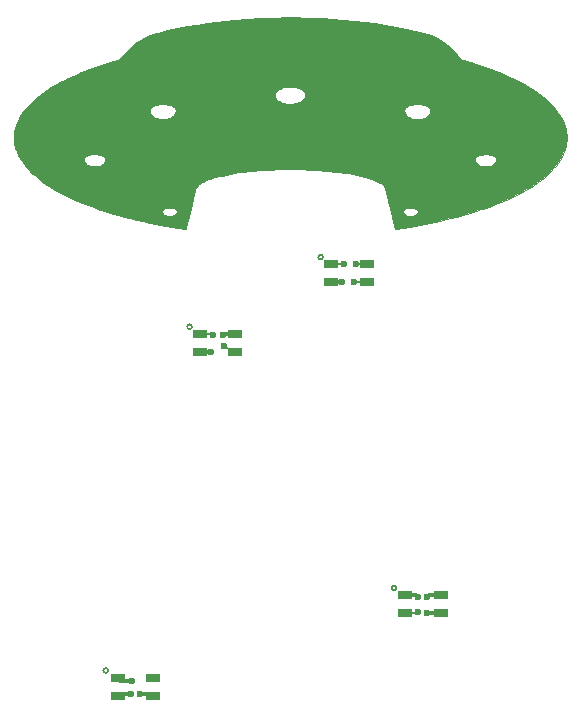
<source format=gbr>
%TF.GenerationSoftware,KiCad,Pcbnew,9.99.0-unknown-1.20250504git96522c4.fc41*%
%TF.CreationDate,2025-06-08T18:15:18+01:00*%
%TF.ProjectId,tr25-sao-r1,74723235-2d73-4616-9f2d-72312e6b6963,rev?*%
%TF.SameCoordinates,Original*%
%TF.FileFunction,Copper,L1,Top*%
%TF.FilePolarity,Positive*%
%FSLAX46Y46*%
G04 Gerber Fmt 4.6, Leading zero omitted, Abs format (unit mm)*
G04 Created by KiCad (PCBNEW 9.99.0-unknown-1.20250504git96522c4.fc41) date 2025-06-08 18:15:18*
%MOMM*%
%LPD*%
G01*
G04 APERTURE LIST*
%TA.AperFunction,NonConductor*%
%ADD10C,0.200000*%
%TD*%
%TA.AperFunction,EtchedComponent*%
%ADD11C,0.010000*%
%TD*%
%TA.AperFunction,SMDPad,CuDef*%
%ADD12R,1.200000X0.800000*%
%TD*%
%TA.AperFunction,ViaPad*%
%ADD13C,0.600000*%
%TD*%
%TA.AperFunction,Conductor*%
%ADD14C,0.300000*%
%TD*%
%TA.AperFunction,Conductor*%
%ADD15C,0.200000*%
%TD*%
G04 APERTURE END LIST*
D10*
X41100000Y-60600000D02*
G75*
G02*
X40700000Y-60600000I-200000J0D01*
G01*
X40700000Y-60600000D02*
G75*
G02*
X41100000Y-60600000I200000J0D01*
G01*
X58400000Y-82700000D02*
G75*
G02*
X58000000Y-82700000I-200000J0D01*
G01*
X58000000Y-82700000D02*
G75*
G02*
X58400000Y-82700000I200000J0D01*
G01*
X34000000Y-89700000D02*
G75*
G02*
X33600000Y-89700000I-200000J0D01*
G01*
X33600000Y-89700000D02*
G75*
G02*
X34000000Y-89700000I200000J0D01*
G01*
X52200000Y-54700000D02*
G75*
G02*
X51800000Y-54700000I-200000J0D01*
G01*
X51800000Y-54700000D02*
G75*
G02*
X52200000Y-54700000I200000J0D01*
G01*
D11*
%TO.C,N1*%
X49699758Y-34409678D02*
X49944975Y-34410642D01*
X50175002Y-34412314D01*
X50392823Y-34414765D01*
X50601423Y-34418065D01*
X50803786Y-34422285D01*
X51002896Y-34427497D01*
X51201738Y-34433770D01*
X51403296Y-34441176D01*
X51610555Y-34449786D01*
X51826499Y-34459671D01*
X52054112Y-34470901D01*
X52076908Y-34472064D01*
X53007840Y-34528037D01*
X53927358Y-34600126D01*
X54835150Y-34688286D01*
X55730903Y-34792471D01*
X56614303Y-34912637D01*
X57485036Y-35048738D01*
X58342789Y-35200729D01*
X59187250Y-35368565D01*
X60018105Y-35552200D01*
X60691741Y-35715221D01*
X60805768Y-35743947D01*
X60901683Y-35768255D01*
X60981902Y-35788885D01*
X61048842Y-35806578D01*
X61104918Y-35822074D01*
X61152546Y-35836113D01*
X61194144Y-35849436D01*
X61232126Y-35862784D01*
X61268910Y-35876898D01*
X61306911Y-35892517D01*
X61348546Y-35910383D01*
X61395533Y-35930929D01*
X61711784Y-36081147D01*
X62018328Y-36250047D01*
X62314719Y-36437278D01*
X62600516Y-36642493D01*
X62875275Y-36865341D01*
X63138553Y-37105472D01*
X63389905Y-37362538D01*
X63628889Y-37636188D01*
X63749751Y-37787012D01*
X63790157Y-37838650D01*
X63826168Y-37884087D01*
X63855784Y-37920845D01*
X63877003Y-37946447D01*
X63887824Y-37958417D01*
X63888693Y-37958991D01*
X63903572Y-37962046D01*
X63936764Y-37970828D01*
X63986378Y-37984763D01*
X64050520Y-38003276D01*
X64127297Y-38025794D01*
X64214818Y-38051742D01*
X64311188Y-38080546D01*
X64414515Y-38111632D01*
X64522907Y-38144425D01*
X64634469Y-38178351D01*
X64747311Y-38212836D01*
X64859537Y-38247306D01*
X64969257Y-38281186D01*
X65074577Y-38313902D01*
X65173603Y-38344881D01*
X65264444Y-38373547D01*
X65345207Y-38399327D01*
X65413997Y-38421646D01*
X65417200Y-38422697D01*
X65922350Y-38594021D01*
X66412271Y-38771045D01*
X66886647Y-38953574D01*
X67345165Y-39141416D01*
X67787509Y-39334377D01*
X68213365Y-39532262D01*
X68622420Y-39734879D01*
X69014358Y-39942034D01*
X69388865Y-40153532D01*
X69745627Y-40369181D01*
X70084329Y-40588786D01*
X70404658Y-40812154D01*
X70706298Y-41039091D01*
X70988935Y-41269404D01*
X71252255Y-41502899D01*
X71495944Y-41739382D01*
X71719686Y-41978659D01*
X71923169Y-42220537D01*
X72106077Y-42464823D01*
X72197562Y-42599783D01*
X72349687Y-42849105D01*
X72481228Y-43099452D01*
X72592108Y-43350567D01*
X72682246Y-43602195D01*
X72751565Y-43854081D01*
X72799986Y-44105969D01*
X72827431Y-44357603D01*
X72833821Y-44608730D01*
X72832405Y-44663533D01*
X72823356Y-44833632D01*
X72807996Y-44990755D01*
X72785247Y-45140394D01*
X72754029Y-45288042D01*
X72713262Y-45439190D01*
X72661867Y-45599331D01*
X72631519Y-45685395D01*
X72527393Y-45943016D01*
X72402384Y-46198145D01*
X72256644Y-46450676D01*
X72090321Y-46700502D01*
X71903565Y-46947517D01*
X71696525Y-47191615D01*
X71469352Y-47432690D01*
X71222195Y-47670636D01*
X70955204Y-47905347D01*
X70668528Y-48136717D01*
X70362317Y-48364640D01*
X70036721Y-48589009D01*
X69691890Y-48809718D01*
X69327973Y-49026662D01*
X68945119Y-49239734D01*
X68543480Y-49448829D01*
X68123203Y-49653839D01*
X67684439Y-49854660D01*
X67227338Y-50051184D01*
X66752049Y-50243306D01*
X66258722Y-50430919D01*
X65747507Y-50613919D01*
X65612991Y-50660281D01*
X65124480Y-50821902D01*
X64615779Y-50979565D01*
X64087518Y-51133104D01*
X63540331Y-51282357D01*
X62974851Y-51427159D01*
X62391710Y-51567347D01*
X61791540Y-51702755D01*
X61174974Y-51833220D01*
X60804866Y-51907592D01*
X60670772Y-51933935D01*
X60537548Y-51959940D01*
X60407434Y-51985180D01*
X60282670Y-52009229D01*
X60165495Y-52031658D01*
X60058150Y-52052041D01*
X59962873Y-52069950D01*
X59881907Y-52084958D01*
X59817489Y-52096637D01*
X59776283Y-52103820D01*
X59660094Y-52123269D01*
X59538970Y-52143304D01*
X59414661Y-52163654D01*
X59288915Y-52184046D01*
X59163478Y-52204207D01*
X59040100Y-52223866D01*
X58920528Y-52242749D01*
X58806510Y-52260585D01*
X58699796Y-52277101D01*
X58602131Y-52292025D01*
X58515265Y-52305084D01*
X58440946Y-52316006D01*
X58380922Y-52324519D01*
X58336941Y-52330350D01*
X58310750Y-52333227D01*
X58303806Y-52333257D01*
X58299872Y-52321647D01*
X58291547Y-52291754D01*
X58279418Y-52245865D01*
X58264075Y-52186269D01*
X58246105Y-52115254D01*
X58226097Y-52035109D01*
X58204638Y-51948123D01*
X58201247Y-51934283D01*
X58184867Y-51867474D01*
X58163924Y-51782210D01*
X58138935Y-51680583D01*
X58110415Y-51564686D01*
X58078879Y-51436613D01*
X58044843Y-51298455D01*
X58008823Y-51152306D01*
X57971335Y-51000259D01*
X57932893Y-50844406D01*
X57916031Y-50776066D01*
X58985970Y-50776066D01*
X58986746Y-50826236D01*
X58997855Y-50882167D01*
X59018598Y-50937932D01*
X59020223Y-50941329D01*
X59060186Y-51002586D01*
X59117281Y-51060699D01*
X59187479Y-51112786D01*
X59266745Y-51155968D01*
X59351050Y-51187363D01*
X59372525Y-51193053D01*
X59411433Y-51199415D01*
X59467701Y-51204277D01*
X59537558Y-51207384D01*
X59601871Y-51208443D01*
X59671945Y-51208328D01*
X59725822Y-51206876D01*
X59768453Y-51203667D01*
X59804787Y-51198282D01*
X59839774Y-51190303D01*
X59850504Y-51187408D01*
X59945091Y-51153568D01*
X60029771Y-51108102D01*
X60101633Y-51053146D01*
X60157772Y-50990832D01*
X60188327Y-50939450D01*
X60207927Y-50884073D01*
X60217760Y-50826069D01*
X60217497Y-50771621D01*
X60206809Y-50726913D01*
X60200310Y-50714335D01*
X60161508Y-50670879D01*
X60103891Y-50632170D01*
X60029413Y-50598873D01*
X59940030Y-50571659D01*
X59837695Y-50551193D01*
X59724365Y-50538145D01*
X59675741Y-50535121D01*
X59553513Y-50533921D01*
X59437679Y-50541771D01*
X59330309Y-50558055D01*
X59233474Y-50582154D01*
X59149244Y-50613453D01*
X59079688Y-50651335D01*
X59026878Y-50695182D01*
X58996225Y-50737588D01*
X58985970Y-50776066D01*
X57916031Y-50776066D01*
X57894015Y-50686841D01*
X57855214Y-50529656D01*
X57841418Y-50473783D01*
X57804606Y-50324342D01*
X57768893Y-50178652D01*
X57734655Y-50038283D01*
X57702266Y-49904804D01*
X57672101Y-49779786D01*
X57644538Y-49664797D01*
X57619949Y-49561407D01*
X57598711Y-49471185D01*
X57581200Y-49395702D01*
X57567789Y-49336527D01*
X57558855Y-49295229D01*
X57555478Y-49277866D01*
X57520761Y-49112881D01*
X57476584Y-48965753D01*
X57422351Y-48835117D01*
X57357463Y-48719608D01*
X57281325Y-48617862D01*
X57252957Y-48586361D01*
X57184426Y-48524434D01*
X57095135Y-48461890D01*
X56985473Y-48398976D01*
X56867857Y-48341406D01*
X56804071Y-48311876D01*
X56736777Y-48280117D01*
X56672900Y-48249435D01*
X56619367Y-48223137D01*
X56606575Y-48216705D01*
X56534369Y-48183071D01*
X56444156Y-48145905D01*
X56338625Y-48106123D01*
X56220461Y-48064647D01*
X56092351Y-48022395D01*
X55956982Y-47980286D01*
X55817041Y-47939240D01*
X55704119Y-47907926D01*
X55393510Y-47828943D01*
X55063275Y-47754342D01*
X54714530Y-47684274D01*
X54348389Y-47618894D01*
X53965966Y-47558354D01*
X53568377Y-47502808D01*
X53156737Y-47452409D01*
X52732159Y-47407310D01*
X52295760Y-47367666D01*
X51848652Y-47333628D01*
X51391953Y-47305350D01*
X51277866Y-47299274D01*
X50919660Y-47283130D01*
X50545396Y-47270662D01*
X50159448Y-47261877D01*
X49766187Y-47256782D01*
X49369989Y-47255382D01*
X48975225Y-47257684D01*
X48586270Y-47263696D01*
X48207496Y-47273423D01*
X47843277Y-47286872D01*
X47690116Y-47293905D01*
X47228260Y-47319625D01*
X46775642Y-47351154D01*
X46333346Y-47388345D01*
X45902452Y-47431048D01*
X45484043Y-47479116D01*
X45079199Y-47532400D01*
X44689004Y-47590751D01*
X44314538Y-47654022D01*
X43956884Y-47722064D01*
X43617123Y-47794728D01*
X43296337Y-47871867D01*
X43104157Y-47922782D01*
X42996764Y-47953237D01*
X42887247Y-47985957D01*
X42778247Y-48020031D01*
X42672403Y-48054551D01*
X42572355Y-48088606D01*
X42480743Y-48121287D01*
X42400206Y-48151684D01*
X42333384Y-48178888D01*
X42282918Y-48201989D01*
X42263201Y-48212551D01*
X42237502Y-48226280D01*
X42196587Y-48246638D01*
X42144576Y-48271645D01*
X42085589Y-48299316D01*
X42028033Y-48325726D01*
X41962096Y-48356720D01*
X41895573Y-48389889D01*
X41833759Y-48422458D01*
X41781955Y-48451653D01*
X41751774Y-48470386D01*
X41656479Y-48543218D01*
X41572934Y-48627551D01*
X41500433Y-48724711D01*
X41438268Y-48836024D01*
X41385734Y-48962814D01*
X41342122Y-49106408D01*
X41306727Y-49268131D01*
X41297154Y-49323121D01*
X41291972Y-49349384D01*
X41281982Y-49394829D01*
X41267508Y-49458102D01*
X41248878Y-49537850D01*
X41226417Y-49632721D01*
X41200452Y-49741360D01*
X41171307Y-49862416D01*
X41139309Y-49994534D01*
X41104785Y-50136363D01*
X41068059Y-50286548D01*
X41029459Y-50443737D01*
X40989309Y-50606577D01*
X40947937Y-50773715D01*
X40938914Y-50810079D01*
X40897475Y-50977030D01*
X40857193Y-51139354D01*
X40818390Y-51295751D01*
X40781388Y-51444925D01*
X40746508Y-51585577D01*
X40714072Y-51716409D01*
X40684402Y-51836125D01*
X40657819Y-51943425D01*
X40634645Y-52037012D01*
X40615201Y-52115588D01*
X40599810Y-52177855D01*
X40588792Y-52222516D01*
X40582470Y-52248273D01*
X40581629Y-52251737D01*
X40568046Y-52300267D01*
X40555523Y-52329276D01*
X40545852Y-52337967D01*
X40532442Y-52336663D01*
X40500373Y-52332281D01*
X40451873Y-52325160D01*
X40389171Y-52315641D01*
X40314495Y-52304066D01*
X40230075Y-52290774D01*
X40138140Y-52276108D01*
X40080700Y-52266854D01*
X39891336Y-52236180D01*
X39720348Y-52208334D01*
X39565199Y-52182865D01*
X39423355Y-52159324D01*
X39292279Y-52137258D01*
X39169435Y-52116219D01*
X39052288Y-52095755D01*
X38938302Y-52075416D01*
X38824941Y-52054751D01*
X38709670Y-52033309D01*
X38589953Y-52010641D01*
X38463253Y-51986295D01*
X38327036Y-51959821D01*
X38178766Y-51930768D01*
X38081658Y-51911655D01*
X37503283Y-51794437D01*
X36944517Y-51674572D01*
X36403926Y-51551689D01*
X35880075Y-51425417D01*
X35371530Y-51295385D01*
X34876857Y-51161222D01*
X34394621Y-51022558D01*
X33923387Y-50879022D01*
X33671709Y-50797915D01*
X38579483Y-50797915D01*
X38587203Y-50851532D01*
X38599142Y-50894978D01*
X38633155Y-50969849D01*
X38685917Y-51037353D01*
X38755867Y-51096089D01*
X38841446Y-51144657D01*
X38906230Y-51170634D01*
X38943958Y-51183527D01*
X38973834Y-51192937D01*
X39000325Y-51199436D01*
X39027897Y-51203602D01*
X39061014Y-51206008D01*
X39104143Y-51207229D01*
X39161748Y-51207841D01*
X39197204Y-51208097D01*
X39266972Y-51208137D01*
X39320539Y-51206832D01*
X39362847Y-51203771D01*
X39398841Y-51198542D01*
X39433465Y-51190733D01*
X39445837Y-51187408D01*
X39540425Y-51153568D01*
X39625104Y-51108102D01*
X39696967Y-51053146D01*
X39753105Y-50990832D01*
X39783660Y-50939450D01*
X39803260Y-50884073D01*
X39813093Y-50826069D01*
X39812831Y-50771621D01*
X39802143Y-50726913D01*
X39795643Y-50714335D01*
X39755984Y-50669826D01*
X39698772Y-50631477D01*
X39626728Y-50599373D01*
X39542574Y-50573597D01*
X39449034Y-50554232D01*
X39348828Y-50541364D01*
X39244680Y-50535075D01*
X39139310Y-50535450D01*
X39035443Y-50542573D01*
X38935798Y-50556527D01*
X38843100Y-50577396D01*
X38760069Y-50605265D01*
X38689428Y-50640216D01*
X38637775Y-50678649D01*
X38603947Y-50716078D01*
X38584790Y-50754298D01*
X38579483Y-50797915D01*
X33671709Y-50797915D01*
X33461722Y-50730244D01*
X33296783Y-50675056D01*
X32788864Y-50498064D01*
X32297460Y-50315967D01*
X31822798Y-50128917D01*
X31365108Y-49937065D01*
X30924616Y-49740562D01*
X30501553Y-49539561D01*
X30096146Y-49334212D01*
X29708624Y-49124668D01*
X29339215Y-48911079D01*
X28988148Y-48693598D01*
X28655651Y-48472375D01*
X28341953Y-48247563D01*
X28047282Y-48019313D01*
X27771867Y-47787776D01*
X27515936Y-47553104D01*
X27279718Y-47315448D01*
X27063440Y-47074961D01*
X26867333Y-46831793D01*
X26691623Y-46586096D01*
X26576454Y-46401869D01*
X31965459Y-46401869D01*
X31971839Y-46470230D01*
X31990324Y-46545055D01*
X32020061Y-46621556D01*
X32022183Y-46626092D01*
X32047413Y-46673461D01*
X32077324Y-46716026D01*
X32117022Y-46760601D01*
X32141185Y-46784842D01*
X32234402Y-46862751D01*
X32340128Y-46925858D01*
X32459799Y-46974860D01*
X32594852Y-47010456D01*
X32612103Y-47013849D01*
X32657730Y-47019679D01*
X32718780Y-47023431D01*
X32790396Y-47025197D01*
X32867715Y-47025072D01*
X32945880Y-47023148D01*
X33020030Y-47019518D01*
X33085306Y-47014275D01*
X33136847Y-47007512D01*
X33156612Y-47003424D01*
X33281307Y-46964347D01*
X33394752Y-46913156D01*
X33495038Y-46851177D01*
X33580253Y-46779738D01*
X33648488Y-46700164D01*
X33688230Y-46634236D01*
X33711120Y-46579913D01*
X33729857Y-46519245D01*
X33742959Y-46458809D01*
X33748947Y-46405183D01*
X33748543Y-46395465D01*
X65057366Y-46395465D01*
X65067554Y-46496717D01*
X65097277Y-46592808D01*
X65145279Y-46682533D01*
X65210301Y-46764684D01*
X65291085Y-46838054D01*
X65386374Y-46901437D01*
X65494908Y-46953625D01*
X65615431Y-46993412D01*
X65700197Y-47012160D01*
X65754981Y-47019296D01*
X65824698Y-47024286D01*
X65903214Y-47027059D01*
X65984398Y-47027542D01*
X66062116Y-47025663D01*
X66130237Y-47021352D01*
X66163848Y-47017582D01*
X66278832Y-46994139D01*
X66390332Y-46957201D01*
X66494747Y-46908645D01*
X66588480Y-46850350D01*
X66667931Y-46784196D01*
X66717533Y-46728532D01*
X66768989Y-46649575D01*
X66806317Y-46567623D01*
X66828847Y-46485882D01*
X66835910Y-46407555D01*
X66826837Y-46335848D01*
X66809331Y-46288910D01*
X66768339Y-46230222D01*
X66708561Y-46176795D01*
X66631839Y-46129151D01*
X66540015Y-46087808D01*
X66434931Y-46053289D01*
X66318432Y-46026114D01*
X66192358Y-46006804D01*
X66058552Y-45995880D01*
X65918857Y-45993862D01*
X65787985Y-46000220D01*
X65643518Y-46016319D01*
X65512850Y-46040505D01*
X65396849Y-46072310D01*
X65296381Y-46111266D01*
X65212313Y-46156902D01*
X65145511Y-46208750D01*
X65096842Y-46266342D01*
X65067173Y-46329208D01*
X65057366Y-46395465D01*
X33748543Y-46395465D01*
X33747525Y-46371011D01*
X33725688Y-46300616D01*
X33683826Y-46236620D01*
X33622128Y-46179141D01*
X33540782Y-46128297D01*
X33439976Y-46084205D01*
X33319898Y-46046983D01*
X33180738Y-46016750D01*
X33180366Y-46016683D01*
X33126010Y-46009507D01*
X33055580Y-46004032D01*
X32974108Y-46000300D01*
X32886620Y-45998352D01*
X32798147Y-45998232D01*
X32713717Y-45999981D01*
X32638360Y-46003642D01*
X32577104Y-46009257D01*
X32561241Y-46011482D01*
X32424384Y-46038219D01*
X32303931Y-46072645D01*
X32200563Y-46114374D01*
X32114960Y-46163022D01*
X32047802Y-46218203D01*
X31999771Y-46279534D01*
X31972038Y-46344759D01*
X31965459Y-46401869D01*
X26576454Y-46401869D01*
X26536539Y-46338021D01*
X26413188Y-46109649D01*
X26356868Y-45991502D01*
X26301599Y-45865265D01*
X26249329Y-45735993D01*
X26202007Y-45608736D01*
X26161580Y-45488547D01*
X26129997Y-45380479D01*
X26125739Y-45364039D01*
X26071780Y-45108548D01*
X26038795Y-44851078D01*
X26026784Y-44592516D01*
X26035751Y-44333753D01*
X26065697Y-44075676D01*
X26116623Y-43819177D01*
X26122360Y-43795700D01*
X26165881Y-43635877D01*
X26215992Y-43482475D01*
X26274770Y-43330108D01*
X26344291Y-43173392D01*
X26425700Y-43008740D01*
X26570821Y-42749478D01*
X26736831Y-42493437D01*
X26923693Y-42240649D01*
X26930638Y-42232305D01*
X37523184Y-42232305D01*
X37524845Y-42299400D01*
X37534791Y-42361756D01*
X37568796Y-42478076D01*
X37621400Y-42585117D01*
X37691896Y-42682276D01*
X37779576Y-42768949D01*
X37883732Y-42844532D01*
X38003656Y-42908420D01*
X38138641Y-42960011D01*
X38279257Y-42996887D01*
X38338157Y-43006033D01*
X38413212Y-43012727D01*
X38499553Y-43016971D01*
X38592311Y-43018770D01*
X38686618Y-43018128D01*
X38777604Y-43015048D01*
X38860402Y-43009534D01*
X38930142Y-43001591D01*
X38960403Y-42996345D01*
X39106878Y-42958334D01*
X39240041Y-42907085D01*
X39358971Y-42843346D01*
X39462743Y-42767863D01*
X39550436Y-42681384D01*
X39621127Y-42584656D01*
X39673893Y-42478426D01*
X39699996Y-42397541D01*
X39717325Y-42310912D01*
X39720345Y-42241205D01*
X59087194Y-42241205D01*
X59087783Y-42300016D01*
X59093927Y-42358273D01*
X59099263Y-42385660D01*
X59122544Y-42459203D01*
X59157778Y-42537837D01*
X59200739Y-42613008D01*
X59236202Y-42662867D01*
X59310308Y-42741213D01*
X59401748Y-42813383D01*
X59507138Y-42877545D01*
X59623093Y-42931864D01*
X59746231Y-42974506D01*
X59860950Y-43001484D01*
X59908144Y-43007557D01*
X59971854Y-43012163D01*
X60047475Y-43015298D01*
X60130407Y-43016956D01*
X60216048Y-43017133D01*
X60299796Y-43015824D01*
X60377049Y-43013025D01*
X60443205Y-43008731D01*
X60493663Y-43002938D01*
X60498491Y-43002133D01*
X60582985Y-42983123D01*
X60675445Y-42955168D01*
X60766458Y-42921405D01*
X60839908Y-42888367D01*
X60949789Y-42823607D01*
X61046056Y-42746949D01*
X61127442Y-42660221D01*
X61192678Y-42565248D01*
X61240499Y-42463856D01*
X61269636Y-42357873D01*
X61278856Y-42255825D01*
X61268645Y-42179524D01*
X61238342Y-42107786D01*
X61188621Y-42041083D01*
X61120157Y-41979890D01*
X61033627Y-41924678D01*
X60929705Y-41875923D01*
X60809067Y-41834096D01*
X60672387Y-41799672D01*
X60611004Y-41787651D01*
X60568765Y-41780420D01*
X60529384Y-41774807D01*
X60489277Y-41770615D01*
X60444858Y-41767644D01*
X60392542Y-41765696D01*
X60328744Y-41764572D01*
X60249877Y-41764075D01*
X60183741Y-41763993D01*
X60091800Y-41764179D01*
X60017470Y-41764866D01*
X59957198Y-41766246D01*
X59907432Y-41768514D01*
X59864618Y-41771861D01*
X59825203Y-41776481D01*
X59785634Y-41782566D01*
X59760408Y-41786990D01*
X59611775Y-41819440D01*
X59480018Y-41859760D01*
X59365729Y-41907622D01*
X59269506Y-41962697D01*
X59191941Y-42024659D01*
X59133630Y-42093178D01*
X59102316Y-42149991D01*
X59092069Y-42188858D01*
X59087194Y-42241205D01*
X39720345Y-42241205D01*
X39720526Y-42237033D01*
X39708736Y-42172160D01*
X39681092Y-42112549D01*
X39636732Y-42054455D01*
X39615906Y-42032592D01*
X39534475Y-41964985D01*
X39434706Y-41906489D01*
X39317484Y-41857347D01*
X39183689Y-41817803D01*
X39034205Y-41788098D01*
X38869913Y-41768477D01*
X38691697Y-41759182D01*
X38620200Y-41758408D01*
X38450538Y-41763209D01*
X38291169Y-41777339D01*
X38143316Y-41800384D01*
X38008200Y-41831932D01*
X37887045Y-41871569D01*
X37781073Y-41918884D01*
X37691506Y-41973463D01*
X37619568Y-42034894D01*
X37566480Y-42102763D01*
X37558318Y-42116915D01*
X37534171Y-42173257D01*
X37523184Y-42232305D01*
X26930638Y-42232305D01*
X27131371Y-41991143D01*
X27359828Y-41744950D01*
X27609029Y-41502101D01*
X27878937Y-41262627D01*
X28169516Y-41026558D01*
X28241361Y-40972853D01*
X48125869Y-40972853D01*
X48132109Y-41062524D01*
X48143658Y-41110140D01*
X48181792Y-41200355D01*
X48239316Y-41286513D01*
X48314687Y-41367700D01*
X48406363Y-41443003D01*
X48512800Y-41511506D01*
X48632457Y-41572297D01*
X48763791Y-41624462D01*
X48905259Y-41667086D01*
X49055319Y-41699256D01*
X49164642Y-41715064D01*
X49237356Y-41721046D01*
X49324134Y-41724264D01*
X49418063Y-41724775D01*
X49512229Y-41722642D01*
X49599718Y-41717922D01*
X49673617Y-41710676D01*
X49673683Y-41710667D01*
X49830722Y-41683799D01*
X49979344Y-41645930D01*
X50118039Y-41597951D01*
X50245297Y-41540752D01*
X50359609Y-41475223D01*
X50459466Y-41402253D01*
X50543357Y-41322732D01*
X50609774Y-41237551D01*
X50657206Y-41147599D01*
X50665373Y-41126040D01*
X50681011Y-41056893D01*
X50684671Y-40978938D01*
X50676738Y-40900475D01*
X50657599Y-40829806D01*
X50650838Y-40813739D01*
X50595959Y-40719221D01*
X50521982Y-40631263D01*
X50430149Y-40550567D01*
X50321702Y-40477832D01*
X50197883Y-40413758D01*
X50059932Y-40359044D01*
X49909092Y-40314392D01*
X49746604Y-40280500D01*
X49689128Y-40271581D01*
X49612955Y-40263585D01*
X49522356Y-40258587D01*
X49423862Y-40256595D01*
X49324001Y-40257614D01*
X49229302Y-40261652D01*
X49146295Y-40268717D01*
X49128006Y-40270974D01*
X48974424Y-40297337D01*
X48830287Y-40333789D01*
X48696613Y-40379464D01*
X48574417Y-40433494D01*
X48464718Y-40495013D01*
X48368530Y-40563154D01*
X48286873Y-40637051D01*
X48220761Y-40715835D01*
X48171212Y-40798642D01*
X48139242Y-40884603D01*
X48125869Y-40972853D01*
X28241361Y-40972853D01*
X28480730Y-40793924D01*
X28812542Y-40564756D01*
X29164916Y-40339086D01*
X29537816Y-40116942D01*
X29931205Y-39898357D01*
X30345048Y-39683360D01*
X30402241Y-39654732D01*
X30826053Y-39450109D01*
X31263652Y-39251874D01*
X31715998Y-39059660D01*
X32184050Y-38873101D01*
X32668769Y-38691831D01*
X33171113Y-38515483D01*
X33692042Y-38343692D01*
X34232517Y-38176090D01*
X34427146Y-38118154D01*
X34529110Y-38088066D01*
X34624772Y-38059730D01*
X34712242Y-38033715D01*
X34789629Y-38010588D01*
X34855040Y-37990916D01*
X34906586Y-37975268D01*
X34942374Y-37964210D01*
X34960513Y-37958311D01*
X34962409Y-37957517D01*
X35194083Y-37662915D01*
X35433733Y-37387678D01*
X35681928Y-37131339D01*
X35939236Y-36893433D01*
X36206226Y-36673496D01*
X36483467Y-36471063D01*
X36771528Y-36285668D01*
X37070978Y-36116847D01*
X37382385Y-35964135D01*
X37424283Y-35945215D01*
X37477518Y-35921783D01*
X37527429Y-35900815D01*
X37576457Y-35881560D01*
X37627043Y-35863268D01*
X37681626Y-35845188D01*
X37742648Y-35826570D01*
X37812550Y-35806664D01*
X37893772Y-35784718D01*
X37988754Y-35759983D01*
X38099938Y-35731709D01*
X38202158Y-35706044D01*
X39008589Y-35513459D01*
X39825822Y-35336475D01*
X40654603Y-35174963D01*
X41495676Y-35028790D01*
X42349788Y-34897824D01*
X43217685Y-34781935D01*
X43874825Y-34705192D01*
X43967702Y-34695045D01*
X44053384Y-34685808D01*
X44135320Y-34677131D01*
X44216962Y-34668664D01*
X44301762Y-34660058D01*
X44393170Y-34650963D01*
X44494638Y-34641030D01*
X44609618Y-34629909D01*
X44741560Y-34617250D01*
X44769116Y-34614615D01*
X44936589Y-34599253D01*
X45121641Y-34583443D01*
X45320693Y-34567437D01*
X45530169Y-34551488D01*
X45746493Y-34535849D01*
X45966086Y-34520772D01*
X46185373Y-34506511D01*
X46400775Y-34493318D01*
X46608717Y-34481445D01*
X46785241Y-34472162D01*
X47007752Y-34461245D01*
X47215960Y-34451595D01*
X47412784Y-34443144D01*
X47601140Y-34435823D01*
X47783947Y-34429562D01*
X47964123Y-34424292D01*
X48144583Y-34419944D01*
X48328247Y-34416450D01*
X48518032Y-34413739D01*
X48716855Y-34411742D01*
X48927634Y-34410392D01*
X49153287Y-34409617D01*
X49396731Y-34409350D01*
X49436366Y-34409350D01*
X49699758Y-34409678D01*
%TA.AperFunction,EtchedComponent*%
G36*
X49699758Y-34409678D02*
G01*
X49944975Y-34410642D01*
X50175002Y-34412314D01*
X50392823Y-34414765D01*
X50601423Y-34418065D01*
X50803786Y-34422285D01*
X51002896Y-34427497D01*
X51201738Y-34433770D01*
X51403296Y-34441176D01*
X51610555Y-34449786D01*
X51826499Y-34459671D01*
X52054112Y-34470901D01*
X52076908Y-34472064D01*
X53007840Y-34528037D01*
X53927358Y-34600126D01*
X54835150Y-34688286D01*
X55730903Y-34792471D01*
X56614303Y-34912637D01*
X57485036Y-35048738D01*
X58342789Y-35200729D01*
X59187250Y-35368565D01*
X60018105Y-35552200D01*
X60691741Y-35715221D01*
X60805768Y-35743947D01*
X60901683Y-35768255D01*
X60981902Y-35788885D01*
X61048842Y-35806578D01*
X61104918Y-35822074D01*
X61152546Y-35836113D01*
X61194144Y-35849436D01*
X61232126Y-35862784D01*
X61268910Y-35876898D01*
X61306911Y-35892517D01*
X61348546Y-35910383D01*
X61395533Y-35930929D01*
X61711784Y-36081147D01*
X62018328Y-36250047D01*
X62314719Y-36437278D01*
X62600516Y-36642493D01*
X62875275Y-36865341D01*
X63138553Y-37105472D01*
X63389905Y-37362538D01*
X63628889Y-37636188D01*
X63749751Y-37787012D01*
X63790157Y-37838650D01*
X63826168Y-37884087D01*
X63855784Y-37920845D01*
X63877003Y-37946447D01*
X63887824Y-37958417D01*
X63888693Y-37958991D01*
X63903572Y-37962046D01*
X63936764Y-37970828D01*
X63986378Y-37984763D01*
X64050520Y-38003276D01*
X64127297Y-38025794D01*
X64214818Y-38051742D01*
X64311188Y-38080546D01*
X64414515Y-38111632D01*
X64522907Y-38144425D01*
X64634469Y-38178351D01*
X64747311Y-38212836D01*
X64859537Y-38247306D01*
X64969257Y-38281186D01*
X65074577Y-38313902D01*
X65173603Y-38344881D01*
X65264444Y-38373547D01*
X65345207Y-38399327D01*
X65413997Y-38421646D01*
X65417200Y-38422697D01*
X65922350Y-38594021D01*
X66412271Y-38771045D01*
X66886647Y-38953574D01*
X67345165Y-39141416D01*
X67787509Y-39334377D01*
X68213365Y-39532262D01*
X68622420Y-39734879D01*
X69014358Y-39942034D01*
X69388865Y-40153532D01*
X69745627Y-40369181D01*
X70084329Y-40588786D01*
X70404658Y-40812154D01*
X70706298Y-41039091D01*
X70988935Y-41269404D01*
X71252255Y-41502899D01*
X71495944Y-41739382D01*
X71719686Y-41978659D01*
X71923169Y-42220537D01*
X72106077Y-42464823D01*
X72197562Y-42599783D01*
X72349687Y-42849105D01*
X72481228Y-43099452D01*
X72592108Y-43350567D01*
X72682246Y-43602195D01*
X72751565Y-43854081D01*
X72799986Y-44105969D01*
X72827431Y-44357603D01*
X72833821Y-44608730D01*
X72832405Y-44663533D01*
X72823356Y-44833632D01*
X72807996Y-44990755D01*
X72785247Y-45140394D01*
X72754029Y-45288042D01*
X72713262Y-45439190D01*
X72661867Y-45599331D01*
X72631519Y-45685395D01*
X72527393Y-45943016D01*
X72402384Y-46198145D01*
X72256644Y-46450676D01*
X72090321Y-46700502D01*
X71903565Y-46947517D01*
X71696525Y-47191615D01*
X71469352Y-47432690D01*
X71222195Y-47670636D01*
X70955204Y-47905347D01*
X70668528Y-48136717D01*
X70362317Y-48364640D01*
X70036721Y-48589009D01*
X69691890Y-48809718D01*
X69327973Y-49026662D01*
X68945119Y-49239734D01*
X68543480Y-49448829D01*
X68123203Y-49653839D01*
X67684439Y-49854660D01*
X67227338Y-50051184D01*
X66752049Y-50243306D01*
X66258722Y-50430919D01*
X65747507Y-50613919D01*
X65612991Y-50660281D01*
X65124480Y-50821902D01*
X64615779Y-50979565D01*
X64087518Y-51133104D01*
X63540331Y-51282357D01*
X62974851Y-51427159D01*
X62391710Y-51567347D01*
X61791540Y-51702755D01*
X61174974Y-51833220D01*
X60804866Y-51907592D01*
X60670772Y-51933935D01*
X60537548Y-51959940D01*
X60407434Y-51985180D01*
X60282670Y-52009229D01*
X60165495Y-52031658D01*
X60058150Y-52052041D01*
X59962873Y-52069950D01*
X59881907Y-52084958D01*
X59817489Y-52096637D01*
X59776283Y-52103820D01*
X59660094Y-52123269D01*
X59538970Y-52143304D01*
X59414661Y-52163654D01*
X59288915Y-52184046D01*
X59163478Y-52204207D01*
X59040100Y-52223866D01*
X58920528Y-52242749D01*
X58806510Y-52260585D01*
X58699796Y-52277101D01*
X58602131Y-52292025D01*
X58515265Y-52305084D01*
X58440946Y-52316006D01*
X58380922Y-52324519D01*
X58336941Y-52330350D01*
X58310750Y-52333227D01*
X58303806Y-52333257D01*
X58299872Y-52321647D01*
X58291547Y-52291754D01*
X58279418Y-52245865D01*
X58264075Y-52186269D01*
X58246105Y-52115254D01*
X58226097Y-52035109D01*
X58204638Y-51948123D01*
X58201247Y-51934283D01*
X58184867Y-51867474D01*
X58163924Y-51782210D01*
X58138935Y-51680583D01*
X58110415Y-51564686D01*
X58078879Y-51436613D01*
X58044843Y-51298455D01*
X58008823Y-51152306D01*
X57971335Y-51000259D01*
X57932893Y-50844406D01*
X57916031Y-50776066D01*
X58985970Y-50776066D01*
X58986746Y-50826236D01*
X58997855Y-50882167D01*
X59018598Y-50937932D01*
X59020223Y-50941329D01*
X59060186Y-51002586D01*
X59117281Y-51060699D01*
X59187479Y-51112786D01*
X59266745Y-51155968D01*
X59351050Y-51187363D01*
X59372525Y-51193053D01*
X59411433Y-51199415D01*
X59467701Y-51204277D01*
X59537558Y-51207384D01*
X59601871Y-51208443D01*
X59671945Y-51208328D01*
X59725822Y-51206876D01*
X59768453Y-51203667D01*
X59804787Y-51198282D01*
X59839774Y-51190303D01*
X59850504Y-51187408D01*
X59945091Y-51153568D01*
X60029771Y-51108102D01*
X60101633Y-51053146D01*
X60157772Y-50990832D01*
X60188327Y-50939450D01*
X60207927Y-50884073D01*
X60217760Y-50826069D01*
X60217497Y-50771621D01*
X60206809Y-50726913D01*
X60200310Y-50714335D01*
X60161508Y-50670879D01*
X60103891Y-50632170D01*
X60029413Y-50598873D01*
X59940030Y-50571659D01*
X59837695Y-50551193D01*
X59724365Y-50538145D01*
X59675741Y-50535121D01*
X59553513Y-50533921D01*
X59437679Y-50541771D01*
X59330309Y-50558055D01*
X59233474Y-50582154D01*
X59149244Y-50613453D01*
X59079688Y-50651335D01*
X59026878Y-50695182D01*
X58996225Y-50737588D01*
X58985970Y-50776066D01*
X57916031Y-50776066D01*
X57894015Y-50686841D01*
X57855214Y-50529656D01*
X57841418Y-50473783D01*
X57804606Y-50324342D01*
X57768893Y-50178652D01*
X57734655Y-50038283D01*
X57702266Y-49904804D01*
X57672101Y-49779786D01*
X57644538Y-49664797D01*
X57619949Y-49561407D01*
X57598711Y-49471185D01*
X57581200Y-49395702D01*
X57567789Y-49336527D01*
X57558855Y-49295229D01*
X57555478Y-49277866D01*
X57520761Y-49112881D01*
X57476584Y-48965753D01*
X57422351Y-48835117D01*
X57357463Y-48719608D01*
X57281325Y-48617862D01*
X57252957Y-48586361D01*
X57184426Y-48524434D01*
X57095135Y-48461890D01*
X56985473Y-48398976D01*
X56867857Y-48341406D01*
X56804071Y-48311876D01*
X56736777Y-48280117D01*
X56672900Y-48249435D01*
X56619367Y-48223137D01*
X56606575Y-48216705D01*
X56534369Y-48183071D01*
X56444156Y-48145905D01*
X56338625Y-48106123D01*
X56220461Y-48064647D01*
X56092351Y-48022395D01*
X55956982Y-47980286D01*
X55817041Y-47939240D01*
X55704119Y-47907926D01*
X55393510Y-47828943D01*
X55063275Y-47754342D01*
X54714530Y-47684274D01*
X54348389Y-47618894D01*
X53965966Y-47558354D01*
X53568377Y-47502808D01*
X53156737Y-47452409D01*
X52732159Y-47407310D01*
X52295760Y-47367666D01*
X51848652Y-47333628D01*
X51391953Y-47305350D01*
X51277866Y-47299274D01*
X50919660Y-47283130D01*
X50545396Y-47270662D01*
X50159448Y-47261877D01*
X49766187Y-47256782D01*
X49369989Y-47255382D01*
X48975225Y-47257684D01*
X48586270Y-47263696D01*
X48207496Y-47273423D01*
X47843277Y-47286872D01*
X47690116Y-47293905D01*
X47228260Y-47319625D01*
X46775642Y-47351154D01*
X46333346Y-47388345D01*
X45902452Y-47431048D01*
X45484043Y-47479116D01*
X45079199Y-47532400D01*
X44689004Y-47590751D01*
X44314538Y-47654022D01*
X43956884Y-47722064D01*
X43617123Y-47794728D01*
X43296337Y-47871867D01*
X43104157Y-47922782D01*
X42996764Y-47953237D01*
X42887247Y-47985957D01*
X42778247Y-48020031D01*
X42672403Y-48054551D01*
X42572355Y-48088606D01*
X42480743Y-48121287D01*
X42400206Y-48151684D01*
X42333384Y-48178888D01*
X42282918Y-48201989D01*
X42263201Y-48212551D01*
X42237502Y-48226280D01*
X42196587Y-48246638D01*
X42144576Y-48271645D01*
X42085589Y-48299316D01*
X42028033Y-48325726D01*
X41962096Y-48356720D01*
X41895573Y-48389889D01*
X41833759Y-48422458D01*
X41781955Y-48451653D01*
X41751774Y-48470386D01*
X41656479Y-48543218D01*
X41572934Y-48627551D01*
X41500433Y-48724711D01*
X41438268Y-48836024D01*
X41385734Y-48962814D01*
X41342122Y-49106408D01*
X41306727Y-49268131D01*
X41297154Y-49323121D01*
X41291972Y-49349384D01*
X41281982Y-49394829D01*
X41267508Y-49458102D01*
X41248878Y-49537850D01*
X41226417Y-49632721D01*
X41200452Y-49741360D01*
X41171307Y-49862416D01*
X41139309Y-49994534D01*
X41104785Y-50136363D01*
X41068059Y-50286548D01*
X41029459Y-50443737D01*
X40989309Y-50606577D01*
X40947937Y-50773715D01*
X40938914Y-50810079D01*
X40897475Y-50977030D01*
X40857193Y-51139354D01*
X40818390Y-51295751D01*
X40781388Y-51444925D01*
X40746508Y-51585577D01*
X40714072Y-51716409D01*
X40684402Y-51836125D01*
X40657819Y-51943425D01*
X40634645Y-52037012D01*
X40615201Y-52115588D01*
X40599810Y-52177855D01*
X40588792Y-52222516D01*
X40582470Y-52248273D01*
X40581629Y-52251737D01*
X40568046Y-52300267D01*
X40555523Y-52329276D01*
X40545852Y-52337967D01*
X40532442Y-52336663D01*
X40500373Y-52332281D01*
X40451873Y-52325160D01*
X40389171Y-52315641D01*
X40314495Y-52304066D01*
X40230075Y-52290774D01*
X40138140Y-52276108D01*
X40080700Y-52266854D01*
X39891336Y-52236180D01*
X39720348Y-52208334D01*
X39565199Y-52182865D01*
X39423355Y-52159324D01*
X39292279Y-52137258D01*
X39169435Y-52116219D01*
X39052288Y-52095755D01*
X38938302Y-52075416D01*
X38824941Y-52054751D01*
X38709670Y-52033309D01*
X38589953Y-52010641D01*
X38463253Y-51986295D01*
X38327036Y-51959821D01*
X38178766Y-51930768D01*
X38081658Y-51911655D01*
X37503283Y-51794437D01*
X36944517Y-51674572D01*
X36403926Y-51551689D01*
X35880075Y-51425417D01*
X35371530Y-51295385D01*
X34876857Y-51161222D01*
X34394621Y-51022558D01*
X33923387Y-50879022D01*
X33671709Y-50797915D01*
X38579483Y-50797915D01*
X38587203Y-50851532D01*
X38599142Y-50894978D01*
X38633155Y-50969849D01*
X38685917Y-51037353D01*
X38755867Y-51096089D01*
X38841446Y-51144657D01*
X38906230Y-51170634D01*
X38943958Y-51183527D01*
X38973834Y-51192937D01*
X39000325Y-51199436D01*
X39027897Y-51203602D01*
X39061014Y-51206008D01*
X39104143Y-51207229D01*
X39161748Y-51207841D01*
X39197204Y-51208097D01*
X39266972Y-51208137D01*
X39320539Y-51206832D01*
X39362847Y-51203771D01*
X39398841Y-51198542D01*
X39433465Y-51190733D01*
X39445837Y-51187408D01*
X39540425Y-51153568D01*
X39625104Y-51108102D01*
X39696967Y-51053146D01*
X39753105Y-50990832D01*
X39783660Y-50939450D01*
X39803260Y-50884073D01*
X39813093Y-50826069D01*
X39812831Y-50771621D01*
X39802143Y-50726913D01*
X39795643Y-50714335D01*
X39755984Y-50669826D01*
X39698772Y-50631477D01*
X39626728Y-50599373D01*
X39542574Y-50573597D01*
X39449034Y-50554232D01*
X39348828Y-50541364D01*
X39244680Y-50535075D01*
X39139310Y-50535450D01*
X39035443Y-50542573D01*
X38935798Y-50556527D01*
X38843100Y-50577396D01*
X38760069Y-50605265D01*
X38689428Y-50640216D01*
X38637775Y-50678649D01*
X38603947Y-50716078D01*
X38584790Y-50754298D01*
X38579483Y-50797915D01*
X33671709Y-50797915D01*
X33461722Y-50730244D01*
X33296783Y-50675056D01*
X32788864Y-50498064D01*
X32297460Y-50315967D01*
X31822798Y-50128917D01*
X31365108Y-49937065D01*
X30924616Y-49740562D01*
X30501553Y-49539561D01*
X30096146Y-49334212D01*
X29708624Y-49124668D01*
X29339215Y-48911079D01*
X28988148Y-48693598D01*
X28655651Y-48472375D01*
X28341953Y-48247563D01*
X28047282Y-48019313D01*
X27771867Y-47787776D01*
X27515936Y-47553104D01*
X27279718Y-47315448D01*
X27063440Y-47074961D01*
X26867333Y-46831793D01*
X26691623Y-46586096D01*
X26576454Y-46401869D01*
X31965459Y-46401869D01*
X31971839Y-46470230D01*
X31990324Y-46545055D01*
X32020061Y-46621556D01*
X32022183Y-46626092D01*
X32047413Y-46673461D01*
X32077324Y-46716026D01*
X32117022Y-46760601D01*
X32141185Y-46784842D01*
X32234402Y-46862751D01*
X32340128Y-46925858D01*
X32459799Y-46974860D01*
X32594852Y-47010456D01*
X32612103Y-47013849D01*
X32657730Y-47019679D01*
X32718780Y-47023431D01*
X32790396Y-47025197D01*
X32867715Y-47025072D01*
X32945880Y-47023148D01*
X33020030Y-47019518D01*
X33085306Y-47014275D01*
X33136847Y-47007512D01*
X33156612Y-47003424D01*
X33281307Y-46964347D01*
X33394752Y-46913156D01*
X33495038Y-46851177D01*
X33580253Y-46779738D01*
X33648488Y-46700164D01*
X33688230Y-46634236D01*
X33711120Y-46579913D01*
X33729857Y-46519245D01*
X33742959Y-46458809D01*
X33748947Y-46405183D01*
X33748543Y-46395465D01*
X65057366Y-46395465D01*
X65067554Y-46496717D01*
X65097277Y-46592808D01*
X65145279Y-46682533D01*
X65210301Y-46764684D01*
X65291085Y-46838054D01*
X65386374Y-46901437D01*
X65494908Y-46953625D01*
X65615431Y-46993412D01*
X65700197Y-47012160D01*
X65754981Y-47019296D01*
X65824698Y-47024286D01*
X65903214Y-47027059D01*
X65984398Y-47027542D01*
X66062116Y-47025663D01*
X66130237Y-47021352D01*
X66163848Y-47017582D01*
X66278832Y-46994139D01*
X66390332Y-46957201D01*
X66494747Y-46908645D01*
X66588480Y-46850350D01*
X66667931Y-46784196D01*
X66717533Y-46728532D01*
X66768989Y-46649575D01*
X66806317Y-46567623D01*
X66828847Y-46485882D01*
X66835910Y-46407555D01*
X66826837Y-46335848D01*
X66809331Y-46288910D01*
X66768339Y-46230222D01*
X66708561Y-46176795D01*
X66631839Y-46129151D01*
X66540015Y-46087808D01*
X66434931Y-46053289D01*
X66318432Y-46026114D01*
X66192358Y-46006804D01*
X66058552Y-45995880D01*
X65918857Y-45993862D01*
X65787985Y-46000220D01*
X65643518Y-46016319D01*
X65512850Y-46040505D01*
X65396849Y-46072310D01*
X65296381Y-46111266D01*
X65212313Y-46156902D01*
X65145511Y-46208750D01*
X65096842Y-46266342D01*
X65067173Y-46329208D01*
X65057366Y-46395465D01*
X33748543Y-46395465D01*
X33747525Y-46371011D01*
X33725688Y-46300616D01*
X33683826Y-46236620D01*
X33622128Y-46179141D01*
X33540782Y-46128297D01*
X33439976Y-46084205D01*
X33319898Y-46046983D01*
X33180738Y-46016750D01*
X33180366Y-46016683D01*
X33126010Y-46009507D01*
X33055580Y-46004032D01*
X32974108Y-46000300D01*
X32886620Y-45998352D01*
X32798147Y-45998232D01*
X32713717Y-45999981D01*
X32638360Y-46003642D01*
X32577104Y-46009257D01*
X32561241Y-46011482D01*
X32424384Y-46038219D01*
X32303931Y-46072645D01*
X32200563Y-46114374D01*
X32114960Y-46163022D01*
X32047802Y-46218203D01*
X31999771Y-46279534D01*
X31972038Y-46344759D01*
X31965459Y-46401869D01*
X26576454Y-46401869D01*
X26536539Y-46338021D01*
X26413188Y-46109649D01*
X26356868Y-45991502D01*
X26301599Y-45865265D01*
X26249329Y-45735993D01*
X26202007Y-45608736D01*
X26161580Y-45488547D01*
X26129997Y-45380479D01*
X26125739Y-45364039D01*
X26071780Y-45108548D01*
X26038795Y-44851078D01*
X26026784Y-44592516D01*
X26035751Y-44333753D01*
X26065697Y-44075676D01*
X26116623Y-43819177D01*
X26122360Y-43795700D01*
X26165881Y-43635877D01*
X26215992Y-43482475D01*
X26274770Y-43330108D01*
X26344291Y-43173392D01*
X26425700Y-43008740D01*
X26570821Y-42749478D01*
X26736831Y-42493437D01*
X26923693Y-42240649D01*
X26930638Y-42232305D01*
X37523184Y-42232305D01*
X37524845Y-42299400D01*
X37534791Y-42361756D01*
X37568796Y-42478076D01*
X37621400Y-42585117D01*
X37691896Y-42682276D01*
X37779576Y-42768949D01*
X37883732Y-42844532D01*
X38003656Y-42908420D01*
X38138641Y-42960011D01*
X38279257Y-42996887D01*
X38338157Y-43006033D01*
X38413212Y-43012727D01*
X38499553Y-43016971D01*
X38592311Y-43018770D01*
X38686618Y-43018128D01*
X38777604Y-43015048D01*
X38860402Y-43009534D01*
X38930142Y-43001591D01*
X38960403Y-42996345D01*
X39106878Y-42958334D01*
X39240041Y-42907085D01*
X39358971Y-42843346D01*
X39462743Y-42767863D01*
X39550436Y-42681384D01*
X39621127Y-42584656D01*
X39673893Y-42478426D01*
X39699996Y-42397541D01*
X39717325Y-42310912D01*
X39720345Y-42241205D01*
X59087194Y-42241205D01*
X59087783Y-42300016D01*
X59093927Y-42358273D01*
X59099263Y-42385660D01*
X59122544Y-42459203D01*
X59157778Y-42537837D01*
X59200739Y-42613008D01*
X59236202Y-42662867D01*
X59310308Y-42741213D01*
X59401748Y-42813383D01*
X59507138Y-42877545D01*
X59623093Y-42931864D01*
X59746231Y-42974506D01*
X59860950Y-43001484D01*
X59908144Y-43007557D01*
X59971854Y-43012163D01*
X60047475Y-43015298D01*
X60130407Y-43016956D01*
X60216048Y-43017133D01*
X60299796Y-43015824D01*
X60377049Y-43013025D01*
X60443205Y-43008731D01*
X60493663Y-43002938D01*
X60498491Y-43002133D01*
X60582985Y-42983123D01*
X60675445Y-42955168D01*
X60766458Y-42921405D01*
X60839908Y-42888367D01*
X60949789Y-42823607D01*
X61046056Y-42746949D01*
X61127442Y-42660221D01*
X61192678Y-42565248D01*
X61240499Y-42463856D01*
X61269636Y-42357873D01*
X61278856Y-42255825D01*
X61268645Y-42179524D01*
X61238342Y-42107786D01*
X61188621Y-42041083D01*
X61120157Y-41979890D01*
X61033627Y-41924678D01*
X60929705Y-41875923D01*
X60809067Y-41834096D01*
X60672387Y-41799672D01*
X60611004Y-41787651D01*
X60568765Y-41780420D01*
X60529384Y-41774807D01*
X60489277Y-41770615D01*
X60444858Y-41767644D01*
X60392542Y-41765696D01*
X60328744Y-41764572D01*
X60249877Y-41764075D01*
X60183741Y-41763993D01*
X60091800Y-41764179D01*
X60017470Y-41764866D01*
X59957198Y-41766246D01*
X59907432Y-41768514D01*
X59864618Y-41771861D01*
X59825203Y-41776481D01*
X59785634Y-41782566D01*
X59760408Y-41786990D01*
X59611775Y-41819440D01*
X59480018Y-41859760D01*
X59365729Y-41907622D01*
X59269506Y-41962697D01*
X59191941Y-42024659D01*
X59133630Y-42093178D01*
X59102316Y-42149991D01*
X59092069Y-42188858D01*
X59087194Y-42241205D01*
X39720345Y-42241205D01*
X39720526Y-42237033D01*
X39708736Y-42172160D01*
X39681092Y-42112549D01*
X39636732Y-42054455D01*
X39615906Y-42032592D01*
X39534475Y-41964985D01*
X39434706Y-41906489D01*
X39317484Y-41857347D01*
X39183689Y-41817803D01*
X39034205Y-41788098D01*
X38869913Y-41768477D01*
X38691697Y-41759182D01*
X38620200Y-41758408D01*
X38450538Y-41763209D01*
X38291169Y-41777339D01*
X38143316Y-41800384D01*
X38008200Y-41831932D01*
X37887045Y-41871569D01*
X37781073Y-41918884D01*
X37691506Y-41973463D01*
X37619568Y-42034894D01*
X37566480Y-42102763D01*
X37558318Y-42116915D01*
X37534171Y-42173257D01*
X37523184Y-42232305D01*
X26930638Y-42232305D01*
X27131371Y-41991143D01*
X27359828Y-41744950D01*
X27609029Y-41502101D01*
X27878937Y-41262627D01*
X28169516Y-41026558D01*
X28241361Y-40972853D01*
X48125869Y-40972853D01*
X48132109Y-41062524D01*
X48143658Y-41110140D01*
X48181792Y-41200355D01*
X48239316Y-41286513D01*
X48314687Y-41367700D01*
X48406363Y-41443003D01*
X48512800Y-41511506D01*
X48632457Y-41572297D01*
X48763791Y-41624462D01*
X48905259Y-41667086D01*
X49055319Y-41699256D01*
X49164642Y-41715064D01*
X49237356Y-41721046D01*
X49324134Y-41724264D01*
X49418063Y-41724775D01*
X49512229Y-41722642D01*
X49599718Y-41717922D01*
X49673617Y-41710676D01*
X49673683Y-41710667D01*
X49830722Y-41683799D01*
X49979344Y-41645930D01*
X50118039Y-41597951D01*
X50245297Y-41540752D01*
X50359609Y-41475223D01*
X50459466Y-41402253D01*
X50543357Y-41322732D01*
X50609774Y-41237551D01*
X50657206Y-41147599D01*
X50665373Y-41126040D01*
X50681011Y-41056893D01*
X50684671Y-40978938D01*
X50676738Y-40900475D01*
X50657599Y-40829806D01*
X50650838Y-40813739D01*
X50595959Y-40719221D01*
X50521982Y-40631263D01*
X50430149Y-40550567D01*
X50321702Y-40477832D01*
X50197883Y-40413758D01*
X50059932Y-40359044D01*
X49909092Y-40314392D01*
X49746604Y-40280500D01*
X49689128Y-40271581D01*
X49612955Y-40263585D01*
X49522356Y-40258587D01*
X49423862Y-40256595D01*
X49324001Y-40257614D01*
X49229302Y-40261652D01*
X49146295Y-40268717D01*
X49128006Y-40270974D01*
X48974424Y-40297337D01*
X48830287Y-40333789D01*
X48696613Y-40379464D01*
X48574417Y-40433494D01*
X48464718Y-40495013D01*
X48368530Y-40563154D01*
X48286873Y-40637051D01*
X48220761Y-40715835D01*
X48171212Y-40798642D01*
X48139242Y-40884603D01*
X48125869Y-40972853D01*
X28241361Y-40972853D01*
X28480730Y-40793924D01*
X28812542Y-40564756D01*
X29164916Y-40339086D01*
X29537816Y-40116942D01*
X29931205Y-39898357D01*
X30345048Y-39683360D01*
X30402241Y-39654732D01*
X30826053Y-39450109D01*
X31263652Y-39251874D01*
X31715998Y-39059660D01*
X32184050Y-38873101D01*
X32668769Y-38691831D01*
X33171113Y-38515483D01*
X33692042Y-38343692D01*
X34232517Y-38176090D01*
X34427146Y-38118154D01*
X34529110Y-38088066D01*
X34624772Y-38059730D01*
X34712242Y-38033715D01*
X34789629Y-38010588D01*
X34855040Y-37990916D01*
X34906586Y-37975268D01*
X34942374Y-37964210D01*
X34960513Y-37958311D01*
X34962409Y-37957517D01*
X35194083Y-37662915D01*
X35433733Y-37387678D01*
X35681928Y-37131339D01*
X35939236Y-36893433D01*
X36206226Y-36673496D01*
X36483467Y-36471063D01*
X36771528Y-36285668D01*
X37070978Y-36116847D01*
X37382385Y-35964135D01*
X37424283Y-35945215D01*
X37477518Y-35921783D01*
X37527429Y-35900815D01*
X37576457Y-35881560D01*
X37627043Y-35863268D01*
X37681626Y-35845188D01*
X37742648Y-35826570D01*
X37812550Y-35806664D01*
X37893772Y-35784718D01*
X37988754Y-35759983D01*
X38099938Y-35731709D01*
X38202158Y-35706044D01*
X39008589Y-35513459D01*
X39825822Y-35336475D01*
X40654603Y-35174963D01*
X41495676Y-35028790D01*
X42349788Y-34897824D01*
X43217685Y-34781935D01*
X43874825Y-34705192D01*
X43967702Y-34695045D01*
X44053384Y-34685808D01*
X44135320Y-34677131D01*
X44216962Y-34668664D01*
X44301762Y-34660058D01*
X44393170Y-34650963D01*
X44494638Y-34641030D01*
X44609618Y-34629909D01*
X44741560Y-34617250D01*
X44769116Y-34614615D01*
X44936589Y-34599253D01*
X45121641Y-34583443D01*
X45320693Y-34567437D01*
X45530169Y-34551488D01*
X45746493Y-34535849D01*
X45966086Y-34520772D01*
X46185373Y-34506511D01*
X46400775Y-34493318D01*
X46608717Y-34481445D01*
X46785241Y-34472162D01*
X47007752Y-34461245D01*
X47215960Y-34451595D01*
X47412784Y-34443144D01*
X47601140Y-34435823D01*
X47783947Y-34429562D01*
X47964123Y-34424292D01*
X48144583Y-34419944D01*
X48328247Y-34416450D01*
X48518032Y-34413739D01*
X48716855Y-34411742D01*
X48927634Y-34410392D01*
X49153287Y-34409617D01*
X49396731Y-34409350D01*
X49436366Y-34409350D01*
X49699758Y-34409678D01*
G37*
%TD.AperFunction*%
%TD*%
D12*
%TO.P,D4,1,VSS*%
%TO.N,GND*%
X34825000Y-90375000D03*
%TO.P,D4,2,DIN*%
%TO.N,/D3-DOUT*%
X34825000Y-91875000D03*
%TO.P,D4,3,VDD*%
%TO.N,+3V3*%
X37825000Y-91875000D03*
%TO.P,D4,4,DOUT*%
%TO.N,unconnected-(D4-DOUT-Pad4)*%
X37825000Y-90375000D03*
%TD*%
%TO.P,D3,1,VSS*%
%TO.N,GND*%
X59150000Y-83325000D03*
%TO.P,D3,2,DIN*%
%TO.N,/D2-DOUT*%
X59150000Y-84825000D03*
%TO.P,D3,3,VDD*%
%TO.N,+3V3*%
X62150000Y-84825000D03*
%TO.P,D3,4,DOUT*%
%TO.N,/D3-DOUT*%
X62150000Y-83325000D03*
%TD*%
%TO.P,D2,1,VSS*%
%TO.N,GND*%
X41775000Y-61250000D03*
%TO.P,D2,2,DIN*%
%TO.N,/D1-DOUT*%
X41775000Y-62750000D03*
%TO.P,D2,3,VDD*%
%TO.N,+3V3*%
X44775000Y-62750000D03*
%TO.P,D2,4,DOUT*%
%TO.N,/D2-DOUT*%
X44775000Y-61250000D03*
%TD*%
%TO.P,D1,1,VSS*%
%TO.N,GND*%
X52900000Y-55300000D03*
%TO.P,D1,2,DIN*%
%TO.N,/IO2*%
X52900000Y-56800000D03*
%TO.P,D1,3,VDD*%
%TO.N,+3V3*%
X55900000Y-56800000D03*
%TO.P,D1,4,DOUT*%
%TO.N,/D1-DOUT*%
X55900000Y-55300000D03*
%TD*%
D13*
%TO.N,/D1-DOUT*%
X42675000Y-62750000D03*
%TO.N,GND*%
X36000000Y-90600000D03*
%TO.N,/D3-DOUT*%
X35900000Y-91700000D03*
%TO.N,+3V3*%
X36700000Y-91700000D03*
%TO.N,/D3-DOUT*%
X61000000Y-83500000D03*
%TO.N,GND*%
X60200000Y-83450000D03*
%TO.N,+3V3*%
X61000000Y-84800000D03*
%TO.N,/D2-DOUT*%
X60201562Y-84750000D03*
%TO.N,+3V3*%
X43846165Y-62184943D03*
%TO.N,GND*%
X42900000Y-61300000D03*
%TO.N,/D2-DOUT*%
X43700003Y-61300000D03*
%TO.N,/IO2*%
X53800000Y-56800000D03*
%TO.N,+3V3*%
X54825000Y-56800000D03*
%TO.N,/D1-DOUT*%
X55000000Y-55300000D03*
%TO.N,GND*%
X53975000Y-55325000D03*
%TD*%
D14*
%TO.N,/IO2*%
X53800000Y-56800000D02*
X52900000Y-56800000D01*
D15*
%TO.N,+3V3*%
X43846165Y-62184943D02*
X43934943Y-62184943D01*
X43934943Y-62184943D02*
X44500000Y-62750000D01*
X44500000Y-62750000D02*
X44775000Y-62750000D01*
D14*
%TO.N,/D2-DOUT*%
X43700003Y-61300000D02*
X43750003Y-61250000D01*
X43750003Y-61250000D02*
X44775000Y-61250000D01*
D15*
%TO.N,GND*%
X42900000Y-61300000D02*
X42850000Y-61250000D01*
X42850000Y-61250000D02*
X41775000Y-61250000D01*
%TO.N,/D1-DOUT*%
X55000000Y-55300000D02*
X55900000Y-55300000D01*
%TO.N,/D2-DOUT*%
X60201562Y-84750000D02*
X60126562Y-84825000D01*
X60126562Y-84825000D02*
X59150000Y-84825000D01*
D14*
%TO.N,GND*%
X59150000Y-83325000D02*
X60075000Y-83325000D01*
X60075000Y-83325000D02*
X60200000Y-83450000D01*
X36000000Y-90600000D02*
X35050000Y-90600000D01*
X35050000Y-90600000D02*
X34825000Y-90375000D01*
%TO.N,/D3-DOUT*%
X35900000Y-91700000D02*
X35000000Y-91700000D01*
X35000000Y-91700000D02*
X34825000Y-91875000D01*
%TO.N,+3V3*%
X36700000Y-91700000D02*
X37650000Y-91700000D01*
X37650000Y-91700000D02*
X37825000Y-91875000D01*
%TO.N,/D3-DOUT*%
X61175000Y-83325000D02*
X61000000Y-83500000D01*
X62150000Y-83325000D02*
X61175000Y-83325000D01*
%TO.N,+3V3*%
X61000000Y-84800000D02*
X62125000Y-84800000D01*
X62125000Y-84800000D02*
X62150000Y-84825000D01*
%TO.N,/D1-DOUT*%
X42650000Y-62750000D02*
X41775000Y-62750000D01*
D15*
%TO.N,+3V3*%
X54825000Y-56800000D02*
X55900000Y-56800000D01*
%TO.N,GND*%
X53975000Y-55325000D02*
X54000000Y-55300000D01*
X54000000Y-55300000D02*
X52900000Y-55300000D01*
%TD*%
M02*

</source>
